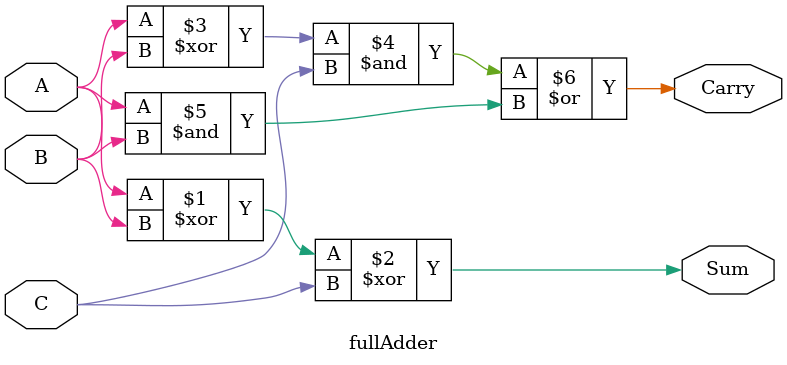
<source format=v>
`timescale 1ns / 1ps

module fullAdder(
    input A,
    input B,
    input C,
    output Sum,
    output Carry
    );
    assign Sum = A^B^C;
    assign Carry = ((A^B)&C) | (A&B);
endmodule

</source>
